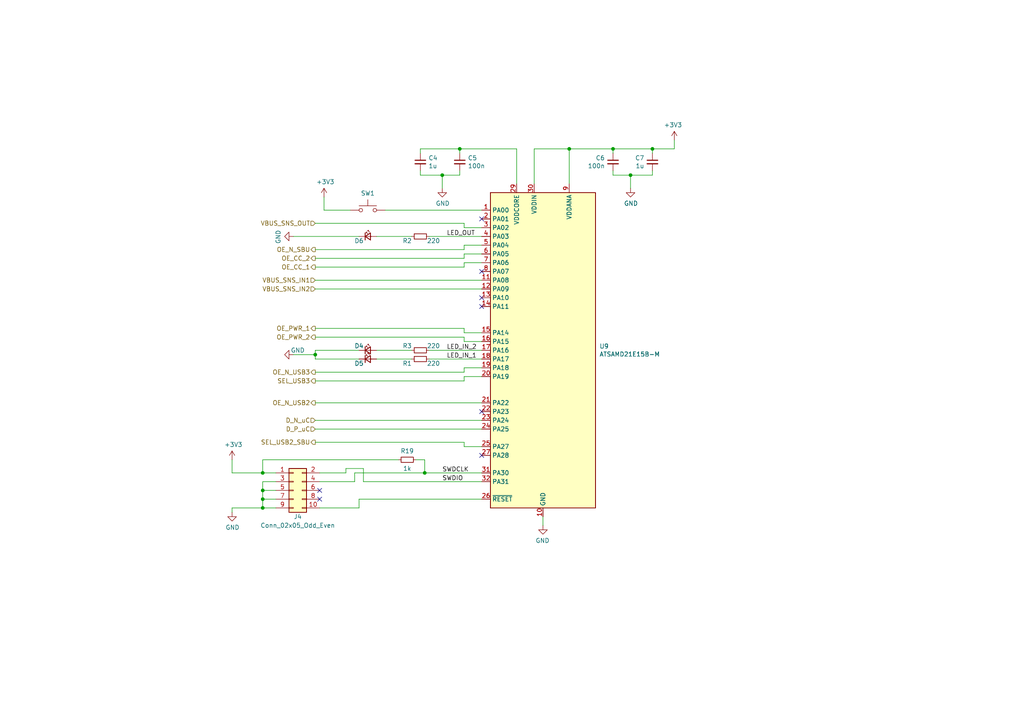
<source format=kicad_sch>
(kicad_sch (version 20211123) (generator eeschema)
  (paper "A4")
  (lib_symbols
    (symbol "Connector_Generic:Conn_02x05_Odd_Even" (pin_names (offset 1.016) hide)
      (property "Reference" "J" (at 1.27 7.62 0))
      (property "Value" "Conn_02x05_Odd_Even" (at 1.27 -7.62 0))
      (symbol "Conn_02x05_Odd_Even_1_1"
        (rectangle (start -1.27 -4.953) (end 0 -5.207) (stroke (width 0.1524)))
        (rectangle (start -1.27 -2.413) (end 0 -2.667) (stroke (width 0.1524)))
        (rectangle (start -1.27 0.127) (end 0 -0.127) (stroke (width 0.1524)))
        (rectangle (start -1.27 2.667) (end 0 2.413) (stroke (width 0.1524)))
        (rectangle (start -1.27 5.207) (end 0 4.953) (stroke (width 0.1524)))
        (rectangle (start -1.27 6.35) (end 3.81 -6.35) (stroke (width 0.254)) (fill (type background)))
        (rectangle (start 3.81 -4.953) (end 2.54 -5.207) (stroke (width 0.1524)))
        (rectangle (start 3.81 -2.413) (end 2.54 -2.667) (stroke (width 0.1524)))
        (rectangle (start 3.81 0.127) (end 2.54 -0.127) (stroke (width 0.1524)))
        (rectangle (start 3.81 2.667) (end 2.54 2.413) (stroke (width 0.1524)))
        (rectangle (start 3.81 5.207) (end 2.54 4.953) (stroke (width 0.1524)))
        (pin passive line (at -5.08 5.08 0) (length 3.81) (name "Pin_1") (number "1"))
        (pin passive line (at 7.62 -5.08 180) (length 3.81) (name "Pin_10") (number "10"))
        (pin passive line (at 7.62 5.08 180) (length 3.81) (name "Pin_2") (number "2"))
        (pin passive line (at -5.08 2.54 0) (length 3.81) (name "Pin_3") (number "3"))
        (pin passive line (at 7.62 2.54 180) (length 3.81) (name "Pin_4") (number "4"))
        (pin passive line (at -5.08 0 0) (length 3.81) (name "Pin_5") (number "5"))
        (pin passive line (at 7.62 0 180) (length 3.81) (name "Pin_6") (number "6"))
        (pin passive line (at -5.08 -2.54 0) (length 3.81) (name "Pin_7") (number "7"))
        (pin passive line (at 7.62 -2.54 180) (length 3.81) (name "Pin_8") (number "8"))
        (pin passive line (at -5.08 -5.08 0) (length 3.81) (name "Pin_9") (number "9"))
      )
    )
    (symbol "Device:C_Small" (pin_numbers hide) (pin_names (offset 0.254) hide)
      (property "Reference" "C" (at 0.254 1.778 0))
      (property "Value" "C_Small" (at 0.254 -2.032 0))
      (symbol "C_Small_0_1"
        (polyline (pts (xy -1.524 -0.508) (xy 1.524 -0.508)) (stroke (width 0.3302)))
        (polyline (pts (xy -1.524 0.508) (xy 1.524 0.508)) (stroke (width 0.3048)))
      )
      (symbol "C_Small_1_1"
        (pin passive line (at 0 2.54 270) (length 2.032) (name "~") (number "1"))
        (pin passive line (at 0 -2.54 90) (length 2.032) (name "~") (number "2"))
      )
    )
    (symbol "Device:LED_Small" (pin_numbers hide) (pin_names (offset 0.254) hide)
      (property "Reference" "D" (at -1.27 3.175 0))
      (property "Value" "LED_Small" (at -4.445 -2.54 0))
      (symbol "LED_Small_0_1"
        (polyline (pts (xy -0.762 -1.016) (xy -0.762 1.016)) (stroke (width 0.254)))
        (polyline (pts (xy 1.016 0) (xy -0.762 0)))
        (polyline (pts (xy 0.762 -1.016) (xy -0.762 0) (xy 0.762 1.016) (xy 0.762 -1.016)) (stroke (width 0.254)))
        (polyline (pts (xy 0 0.762) (xy -0.508 1.27) (xy -0.254 1.27) (xy -0.508 1.27) (xy -0.508 1.016)))
        (polyline (pts (xy 0.508 1.27) (xy 0 1.778) (xy 0.254 1.778) (xy 0 1.778) (xy 0 1.524)))
      )
      (symbol "LED_Small_1_1"
        (pin passive line (at -2.54 0 0) (length 1.778) (name "K") (number "1"))
        (pin passive line (at 2.54 0 180) (length 1.778) (name "A") (number "2"))
      )
    )
    (symbol "Device:R_Small" (pin_numbers hide) (pin_names (offset 0.254) hide)
      (property "Reference" "R" (at 0.762 0.508 0))
      (property "Value" "R_Small" (at 0.762 -1.016 0))
      (symbol "R_Small_0_1"
        (rectangle (start -0.762 1.778) (end 0.762 -1.778) (stroke (width 0.2032)))
      )
      (symbol "R_Small_1_1"
        (pin passive line (at 0 2.54 270) (length 0.762) (name "~") (number "1"))
        (pin passive line (at 0 -2.54 90) (length 0.762) (name "~") (number "2"))
      )
    )
    (symbol "Switch:SW_Push" (pin_numbers hide) (pin_names (offset 1.016) hide)
      (property "Reference" "SW" (at 1.27 2.54 0))
      (property "Value" "SW_Push" (at 0 -1.524 0))
      (symbol "SW_Push_0_1"
        (circle (center -2.032 0) (radius 0.508))
        (polyline (pts (xy 0 1.27) (xy 0 3.048)))
        (polyline (pts (xy 2.54 1.27) (xy -2.54 1.27)))
        (circle (center 2.032 0) (radius 0.508))
        (pin passive line (at -5.08 0 0) (length 2.54) (name "1") (number "1"))
        (pin passive line (at 5.08 0 180) (length 2.54) (name "2") (number "2"))
      )
    )
    (symbol "USB-TypeC-Switch-rescue:+3.3V-power" (power) (pin_names (offset 0))
      (property "Value" "+3.3V-power" (at 0 3.556 0))
      (symbol "+3.3V-power_0_1"
        (polyline (pts (xy -0.762 1.27) (xy 0 2.54)))
        (polyline (pts (xy 0 0) (xy 0 2.54)))
        (polyline (pts (xy 0 2.54) (xy 0.762 1.27)))
      )
      (symbol "+3.3V-power_1_1"
        (pin power_in line (at 0 0 90) (length 0) hide (name "+3V3") (number "1"))
      )
    )
    (symbol "USB-TypeC-Switch-rescue:ATSAMD21E15B-M-MCU_Microchip_SAMD"
      (property "Reference" "U" (at -13.97 46.99 0))
      (property "Value" "ATSAMD21E15B-M-MCU_Microchip_SAMD" (at 16.51 46.99 0))
      (symbol "ATSAMD21E15B-M-MCU_Microchip_SAMD_1_1"
        (rectangle (start -15.24 45.72) (end 15.24 -45.72) (stroke (width 0.254)) (fill (type background)))
        (pin bidirectional line (at -17.78 40.64 0) (length 2.54) (name "PA00") (number "1"))
        (pin power_in line (at 0 -48.26 90) (length 2.54) (name "GND") (number "10"))
        (pin bidirectional line (at -17.78 20.32 0) (length 2.54) (name "PA08") (number "11"))
        (pin bidirectional line (at -17.78 17.78 0) (length 2.54) (name "PA09") (number "12"))
        (pin bidirectional line (at -17.78 15.24 0) (length 2.54) (name "PA10") (number "13"))
        (pin bidirectional line (at -17.78 12.7 0) (length 2.54) (name "PA11") (number "14"))
        (pin bidirectional line (at -17.78 5.08 0) (length 2.54) (name "PA14") (number "15"))
        (pin bidirectional line (at -17.78 2.54 0) (length 2.54) (name "PA15") (number "16"))
        (pin bidirectional line (at -17.78 0 0) (length 2.54) (name "PA16") (number "17"))
        (pin bidirectional line (at -17.78 -2.54 0) (length 2.54) (name "PA17") (number "18"))
        (pin bidirectional line (at -17.78 -5.08 0) (length 2.54) (name "PA18") (number "19"))
        (pin bidirectional line (at -17.78 38.1 0) (length 2.54) (name "PA01") (number "2"))
        (pin bidirectional line (at -17.78 -7.62 0) (length 2.54) (name "PA19") (number "20"))
        (pin bidirectional line (at -17.78 -15.24 0) (length 2.54) (name "PA22") (number "21"))
        (pin bidirectional line (at -17.78 -17.78 0) (length 2.54) (name "PA23") (number "22"))
        (pin bidirectional line (at -17.78 -20.32 0) (length 2.54) (name "PA24") (number "23"))
        (pin bidirectional line (at -17.78 -22.86 0) (length 2.54) (name "PA25") (number "24"))
        (pin bidirectional line (at -17.78 -27.94 0) (length 2.54) (name "PA27") (number "25"))
        (pin input line (at -17.78 -43.18 0) (length 2.54) (name "~{RESET}") (number "26"))
        (pin bidirectional line (at -17.78 -30.48 0) (length 2.54) (name "PA28") (number "27"))
        (pin passive line (at 0 -48.26 90) (length 2.54) hide (name "GND") (number "28"))
        (pin power_out line (at -7.62 48.26 270) (length 2.54) (name "VDDCORE") (number "29"))
        (pin bidirectional line (at -17.78 35.56 0) (length 2.54) (name "PA02") (number "3"))
        (pin power_in line (at -2.54 48.26 270) (length 2.54) (name "VDDIN") (number "30"))
        (pin bidirectional line (at -17.78 -35.56 0) (length 2.54) (name "PA30") (number "31"))
        (pin bidirectional line (at -17.78 -38.1 0) (length 2.54) (name "PA31") (number "32"))
        (pin no_connect line (at 15.24 -43.18 180) (length 2.54) hide (name "EP") (number "33"))
        (pin bidirectional line (at -17.78 33.02 0) (length 2.54) (name "PA03") (number "4"))
        (pin bidirectional line (at -17.78 30.48 0) (length 2.54) (name "PA04") (number "5"))
        (pin bidirectional line (at -17.78 27.94 0) (length 2.54) (name "PA05") (number "6"))
        (pin bidirectional line (at -17.78 25.4 0) (length 2.54) (name "PA06") (number "7"))
        (pin bidirectional line (at -17.78 22.86 0) (length 2.54) (name "PA07") (number "8"))
        (pin power_in line (at 7.62 48.26 270) (length 2.54) (name "VDDANA") (number "9"))
      )
    )
    (symbol "power:GND" (power) (pin_names (offset 0))
      (property "Value" "GND" (at 0 -3.81 0))
      (symbol "GND_0_1"
        (polyline (pts (xy 0 0) (xy 0 -1.27) (xy 1.27 -1.27) (xy 0 -2.54) (xy -1.27 -1.27) (xy 0 -1.27)))
      )
      (symbol "GND_1_1"
        (pin power_in line (at 0 0 270) (length 0) hide (name "GND") (number "1"))
      )
    )
  )
  (junction (at 128.27 50.8))
  (junction (at 133.35 43.18))
  (junction (at 76.2 137.16))
  (junction (at 189.23 43.18))
  (junction (at 182.88 50.8))
  (junction (at 76.2 144.78))
  (junction (at 76.2 147.32))
  (junction (at 177.8 43.18))
  (junction (at 123.19 137.16))
  (junction (at 91.44 102.87))
  (junction (at 76.2 142.24))
  (junction (at 165.1 43.18))
  (no_connect (at 139.7 132.08))
  (no_connect (at 139.7 63.5))
  (no_connect (at 139.7 86.36))
  (no_connect (at 139.7 78.74))
  (no_connect (at 92.71 144.78))
  (no_connect (at 139.7 88.9))
  (no_connect (at 139.7 119.38))
  (no_connect (at 92.71 142.24))
  (wire (pts (xy 134.62 64.77) (xy 91.44 64.77)))
  (wire (pts (xy 139.7 76.2) (xy 134.62 76.2)))
  (wire (pts (xy 189.23 50.8) (xy 182.88 50.8)))
  (wire (pts (xy 91.44 128.27) (xy 134.62 128.27)))
  (wire (pts (xy 139.7 116.84) (xy 91.44 116.84)))
  (wire (pts (xy 139.7 83.82) (xy 91.44 83.82)))
  (wire (pts (xy 91.44 72.39) (xy 134.62 72.39)))
  (wire (pts (xy 177.8 50.8) (xy 177.8 49.53)))
  (wire (pts (xy 139.7 71.12) (xy 134.62 71.12)))
  (wire (pts (xy 134.62 95.25) (xy 134.62 96.52)))
  (wire (pts (xy 76.2 137.16) (xy 67.31 137.16)))
  (wire (pts (xy 134.62 107.95) (xy 134.62 106.68)))
  (wire (pts (xy 134.62 76.2) (xy 134.62 77.47)))
  (wire (pts (xy 92.71 137.16) (xy 100.33 137.16)))
  (wire (pts (xy 119.38 68.58) (xy 109.22 68.58)))
  (wire (pts (xy 139.7 106.68) (xy 134.62 106.68)))
  (wire (pts (xy 91.44 77.47) (xy 134.62 77.47)))
  (wire (pts (xy 134.62 71.12) (xy 134.62 72.39)))
  (wire (pts (xy 177.8 43.18) (xy 165.1 43.18)))
  (wire (pts (xy 102.87 137.16) (xy 102.87 139.7)))
  (wire (pts (xy 195.58 40.64) (xy 195.58 43.18)))
  (wire (pts (xy 134.62 97.79) (xy 134.62 99.06)))
  (wire (pts (xy 134.62 109.22) (xy 139.7 109.22)))
  (wire (pts (xy 104.14 144.78) (xy 139.7 144.78)))
  (wire (pts (xy 165.1 43.18) (xy 154.94 43.18)))
  (wire (pts (xy 154.94 43.18) (xy 154.94 53.34)))
  (wire (pts (xy 149.86 43.18) (xy 149.86 53.34)))
  (wire (pts (xy 105.41 139.7) (xy 139.7 139.7)))
  (wire (pts (xy 115.57 133.35) (xy 76.2 133.35)))
  (wire (pts (xy 133.35 43.18) (xy 149.86 43.18)))
  (wire (pts (xy 124.46 101.6) (xy 139.7 101.6)))
  (wire (pts (xy 123.19 133.35) (xy 123.19 137.16)))
  (wire (pts (xy 91.44 107.95) (xy 134.62 107.95)))
  (wire (pts (xy 124.46 104.14) (xy 139.7 104.14)))
  (wire (pts (xy 104.14 144.78) (xy 104.14 147.32)))
  (wire (pts (xy 76.2 133.35) (xy 76.2 137.16)))
  (wire (pts (xy 189.23 49.53) (xy 189.23 50.8)))
  (wire (pts (xy 67.31 137.16) (xy 67.31 133.35)))
  (wire (pts (xy 76.2 144.78) (xy 80.01 144.78)))
  (wire (pts (xy 139.7 124.46) (xy 91.44 124.46)))
  (wire (pts (xy 105.41 139.7) (xy 105.41 135.89)))
  (wire (pts (xy 123.19 137.16) (xy 139.7 137.16)))
  (wire (pts (xy 121.92 49.53) (xy 121.92 50.8)))
  (wire (pts (xy 134.62 129.54) (xy 134.62 128.27)))
  (wire (pts (xy 134.62 110.49) (xy 134.62 109.22)))
  (wire (pts (xy 91.44 110.49) (xy 134.62 110.49)))
  (wire (pts (xy 139.7 73.66) (xy 134.62 73.66)))
  (wire (pts (xy 182.88 50.8) (xy 182.88 54.61)))
  (wire (pts (xy 133.35 50.8) (xy 133.35 49.53)))
  (wire (pts (xy 101.6 60.96) (xy 93.98 60.96)))
  (wire (pts (xy 139.7 96.52) (xy 134.62 96.52)))
  (wire (pts (xy 91.44 81.28) (xy 139.7 81.28)))
  (wire (pts (xy 139.7 129.54) (xy 134.62 129.54)))
  (wire (pts (xy 67.31 147.32) (xy 67.31 148.59)))
  (wire (pts (xy 104.14 101.6) (xy 91.44 101.6)))
  (wire (pts (xy 133.35 43.18) (xy 133.35 44.45)))
  (wire (pts (xy 91.44 95.25) (xy 134.62 95.25)))
  (wire (pts (xy 111.76 60.96) (xy 139.7 60.96)))
  (wire (pts (xy 121.92 43.18) (xy 133.35 43.18)))
  (wire (pts (xy 92.71 139.7) (xy 102.87 139.7)))
  (wire (pts (xy 119.38 104.14) (xy 109.22 104.14)))
  (wire (pts (xy 91.44 121.92) (xy 139.7 121.92)))
  (wire (pts (xy 120.65 133.35) (xy 123.19 133.35)))
  (wire (pts (xy 134.62 73.66) (xy 134.62 74.93)))
  (wire (pts (xy 134.62 66.04) (xy 134.62 64.77)))
  (wire (pts (xy 91.44 101.6) (xy 91.44 102.87)))
  (wire (pts (xy 123.19 137.16) (xy 102.87 137.16)))
  (wire (pts (xy 121.92 43.18) (xy 121.92 44.45)))
  (wire (pts (xy 100.33 135.89) (xy 100.33 137.16)))
  (wire (pts (xy 80.01 147.32) (xy 76.2 147.32)))
  (wire (pts (xy 93.98 60.96) (xy 93.98 57.15)))
  (wire (pts (xy 182.88 50.8) (xy 177.8 50.8)))
  (wire (pts (xy 105.41 135.89) (xy 100.33 135.89)))
  (wire (pts (xy 128.27 50.8) (xy 133.35 50.8)))
  (wire (pts (xy 134.62 66.04) (xy 139.7 66.04)))
  (wire (pts (xy 76.2 139.7) (xy 76.2 142.24)))
  (wire (pts (xy 91.44 102.87) (xy 91.44 104.14)))
  (wire (pts (xy 177.8 43.18) (xy 177.8 44.45)))
  (wire (pts (xy 119.38 101.6) (xy 109.22 101.6)))
  (wire (pts (xy 80.01 137.16) (xy 76.2 137.16)))
  (wire (pts (xy 76.2 142.24) (xy 76.2 144.78)))
  (wire (pts (xy 189.23 43.18) (xy 189.23 44.45)))
  (wire (pts (xy 104.14 147.32) (xy 92.71 147.32)))
  (wire (pts (xy 91.44 102.87) (xy 85.09 102.87)))
  (wire (pts (xy 80.01 142.24) (xy 76.2 142.24)))
  (wire (pts (xy 128.27 50.8) (xy 128.27 54.61)))
  (wire (pts (xy 195.58 43.18) (xy 189.23 43.18)))
  (wire (pts (xy 91.44 97.79) (xy 134.62 97.79)))
  (wire (pts (xy 76.2 144.78) (xy 76.2 147.32)))
  (wire (pts (xy 189.23 43.18) (xy 177.8 43.18)))
  (wire (pts (xy 85.09 68.58) (xy 104.14 68.58)))
  (wire (pts (xy 134.62 74.93) (xy 91.44 74.93)))
  (wire (pts (xy 76.2 147.32) (xy 67.31 147.32)))
  (wire (pts (xy 91.44 104.14) (xy 104.14 104.14)))
  (wire (pts (xy 157.48 149.86) (xy 157.48 152.4)))
  (wire (pts (xy 121.92 50.8) (xy 128.27 50.8)))
  (wire (pts (xy 139.7 99.06) (xy 134.62 99.06)))
  (wire (pts (xy 80.01 139.7) (xy 76.2 139.7)))
  (wire (pts (xy 124.46 68.58) (xy 139.7 68.58)))
  (wire (pts (xy 165.1 43.18) (xy 165.1 53.34)))
  (label "LED_IN_2" (at 129.54 101.6 0))
  (label "LED_IN_1" (at 129.54 104.14 0))
  (label "SWDCLK" (at 128.27 137.16 0))
  (label "SWDIO" (at 128.27 139.7 0))
  (label "LED_OUT" (at 129.54 68.58 0))
  (hierarchical_label "VBUS_SNS_IN2" (shape input) (at 91.44 83.82 180))
  (hierarchical_label "OE_N_USB2" (shape output) (at 91.44 116.84 180))
  (hierarchical_label "D_N_uC" (shape input) (at 91.44 121.92 180))
  (hierarchical_label "OE_N_USB3" (shape output) (at 91.44 107.95 180))
  (hierarchical_label "OE_PWR_2" (shape output) (at 91.44 97.79 180))
  (hierarchical_label "VBUS_SNS_IN1" (shape input) (at 91.44 81.28 180))
  (hierarchical_label "OE_CC_1" (shape output) (at 91.44 77.47 180))
  (hierarchical_label "OE_N_SBU" (shape output) (at 91.44 72.39 180))
  (hierarchical_label "OE_CC_2" (shape output) (at 91.44 74.93 180))
  (hierarchical_label "SEL_USB3" (shape output) (at 91.44 110.49 180))
  (hierarchical_label "SEL_USB2_SBU" (shape output) (at 91.44 128.27 180))
  (hierarchical_label "OE_PWR_1" (shape output) (at 91.44 95.25 180))
  (hierarchical_label "D_P_uC" (shape input) (at 91.44 124.46 180))
  (hierarchical_label "VBUS_SNS_OUT" (shape input) (at 91.44 64.77 180))
  (symbol (lib_id "USB-TypeC-Switch-rescue:ATSAMD21E15B-M-MCU_Microchip_SAMD") (at 157.48 101.6 0) (unit 1)
    (property "Reference" "U9" (at 173.8376 100.4316 0) (effects (justify left)))
    (property "Value" "ATSAMD21E15B-M" (at 173.8376 102.743 0) (effects (justify left)))
    (property "Footprint" "Package_DFN_QFN:QFN-32-1EP_5x5mm_P0.5mm_EP3.6x3.6mm" (effects hide))
    (property "Datasheet" "http://ww1.microchip.com/downloads/en/DeviceDoc/SAM_D21_DA1_Family_Data%20Sheet_DS40001882E.pdf" (effects hide))
  )
  (symbol (lib_id "Device:R_Small") (at 121.92 68.58 270) (unit 1)
    (property "Reference" "R2" (at 118.11 69.85 90))
    (property "Value" "220" (at 125.73 69.85 90))
    (property "Footprint" "Resistor_SMD:R_0805_2012Metric" (effects hide))
  )
  (symbol (lib_id "Device:LED_Small") (at 106.68 68.58 0) (unit 1)
    (property "Reference" "D6" (at 104.14 69.85 0))
    (property "Value" "LED_Small" (effects hide))
    (property "Footprint" "LED_SMD:LED_0805_2012Metric" (effects hide))
  )
  (symbol (lib_id "Device:R_Small") (at 121.92 104.14 270) (unit 1)
    (property "Reference" "R1" (at 118.11 105.41 90))
    (property "Value" "220" (at 125.73 105.41 90))
    (property "Footprint" "Resistor_SMD:R_0805_2012Metric" (effects hide))
  )
  (symbol (lib_id "Device:LED_Small") (at 106.68 104.14 0) (unit 1)
    (property "Reference" "D5" (at 104.14 105.41 0))
    (property "Value" "LED_Small" (effects hide))
    (property "Footprint" "LED_SMD:LED_0805_2012Metric" (effects hide))
  )
  (symbol (lib_id "power:GND") (at 85.09 68.58 270) (unit 1)
    (property "Reference" "#PWR0107" (effects hide))
    (property "Value" "GND" (at 80.6958 68.707 0))
  )
  (symbol (lib_id "power:GND") (at 128.27 54.61 0) (unit 1)
    (property "Reference" "#PWR034" (effects hide))
    (property "Value" "GND" (at 128.397 59.0042 0))
  )
  (symbol (lib_id "Device:C_Small") (at 121.92 46.99 0) (unit 1)
    (property "Reference" "C4" (at 124.2568 45.8216 0) (effects (justify left)))
    (property "Value" "1u" (at 124.2568 48.133 0) (effects (justify left)))
    (property "Footprint" "Capacitor_SMD:C_0805_2012Metric" (effects hide))
  )
  (symbol (lib_id "Device:C_Small") (at 133.35 46.99 0) (unit 1)
    (property "Reference" "C5" (at 135.6868 45.8216 0) (effects (justify left)))
    (property "Value" "100n" (at 135.6868 48.133 0) (effects (justify left)))
    (property "Footprint" "Capacitor_SMD:C_0805_2012Metric" (effects hide))
  )
  (symbol (lib_id "Device:R_Small") (at 118.11 133.35 270) (unit 1)
    (property "Reference" "R19" (at 118.11 130.81 90))
    (property "Value" "1k" (at 118.11 135.89 90))
    (property "Footprint" "Resistor_SMD:R_0805_2012Metric" (effects hide))
  )
  (symbol (lib_id "Connector_Generic:Conn_02x05_Odd_Even") (at 85.09 142.24 0) (unit 1)
    (property "Reference" "J4" (at 86.36 149.86 0))
    (property "Value" "Conn_02x05_Odd_Even" (at 86.36 152.4 0))
    (property "Footprint" "Connector_PinHeader_1.27mm:PinHeader_2x05_P1.27mm_Vertical" (effects hide))
  )
  (symbol (lib_id "USB-TypeC-Switch-rescue:+3.3V-power") (at 67.31 133.35 0) (unit 1)
    (property "Reference" "#PWR035" (effects hide))
    (property "Value" "+3.3V" (at 67.691 128.9558 0))
  )
  (symbol (lib_id "power:GND") (at 67.31 148.59 0) (unit 1)
    (property "Reference" "#PWR036" (effects hide))
    (property "Value" "GND" (at 67.437 152.9842 0))
  )
  (symbol (lib_id "Switch:SW_Push") (at 106.68 60.96 0) (unit 1)
    (property "Reference" "SW1" (at 106.68 56.0578 0))
    (property "Value" "SW_Push" (effects hide))
    (property "Footprint" "Button_Switch_SMD:SW_SPST_TL3342" (effects hide))
  )
  (symbol (lib_id "USB-TypeC-Switch-rescue:+3.3V-power") (at 93.98 57.15 0) (unit 1)
    (property "Reference" "#PWR037" (effects hide))
    (property "Value" "+3.3V" (at 94.361 52.7558 0))
  )
  (symbol (lib_id "Device:LED_Small") (at 106.68 101.6 0) (unit 1)
    (property "Reference" "D4" (at 104.14 100.33 0))
    (property "Value" "LED_Small" (effects hide))
    (property "Footprint" "LED_SMD:LED_0805_2012Metric" (effects hide))
  )
  (symbol (lib_id "power:GND") (at 85.09 102.87 270) (unit 1)
    (property "Reference" "#PWR038" (effects hide))
    (property "Value" "GND" (at 86.36 101.6 90))
  )
  (symbol (lib_id "Device:R_Small") (at 121.92 101.6 270) (unit 1)
    (property "Reference" "R3" (at 118.11 100.33 90))
    (property "Value" "220" (at 125.73 100.33 90))
    (property "Footprint" "Resistor_SMD:R_0805_2012Metric" (effects hide))
  )
  (symbol (lib_id "USB-TypeC-Switch-rescue:+3.3V-power") (at 195.58 40.64 0) (mirror y) (unit 1)
    (property "Reference" "#PWR031" (effects hide))
    (property "Value" "+3.3V" (at 195.199 36.2458 0))
  )
  (symbol (lib_id "Device:C_Small") (at 189.23 46.99 0) (mirror y) (unit 1)
    (property "Reference" "C7" (at 186.8932 45.8216 0) (effects (justify left)))
    (property "Value" "1u" (at 186.8932 48.133 0) (effects (justify left)))
    (property "Footprint" "Capacitor_SMD:C_0805_2012Metric" (effects hide))
  )
  (symbol (lib_id "Device:C_Small") (at 177.8 46.99 0) (mirror y) (unit 1)
    (property "Reference" "C6" (at 175.4632 45.8216 0) (effects (justify left)))
    (property "Value" "100n" (at 175.4632 48.133 0) (effects (justify left)))
    (property "Footprint" "Capacitor_SMD:C_0805_2012Metric" (effects hide))
  )
  (symbol (lib_id "power:GND") (at 157.48 152.4 0) (mirror y) (unit 1)
    (property "Reference" "#PWR07" (effects hide))
    (property "Value" "GND" (at 157.353 156.7942 0))
  )
  (symbol (lib_id "power:GND") (at 182.88 54.61 0) (unit 1)
    (property "Reference" "#PWR0105" (effects hide))
    (property "Value" "GND" (at 183.007 59.0042 0))
  )
)
</source>
